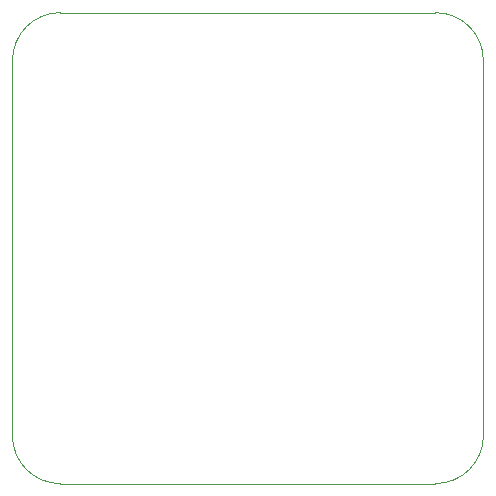
<source format=gbr>
%TF.GenerationSoftware,KiCad,Pcbnew,7.0.7*%
%TF.CreationDate,2023-11-04T22:35:43-05:00*%
%TF.ProjectId,LEDBreakout_Hardware,4c454442-7265-4616-9b6f-75745f486172,rev?*%
%TF.SameCoordinates,Original*%
%TF.FileFunction,Profile,NP*%
%FSLAX46Y46*%
G04 Gerber Fmt 4.6, Leading zero omitted, Abs format (unit mm)*
G04 Created by KiCad (PCBNEW 7.0.7) date 2023-11-04 22:35:43*
%MOMM*%
%LPD*%
G01*
G04 APERTURE LIST*
%TA.AperFunction,Profile*%
%ADD10C,0.100000*%
%TD*%
G04 APERTURE END LIST*
D10*
X68580000Y-59436000D02*
G75*
G03*
X64516000Y-63500000I0J-4064000D01*
G01*
X68580000Y-99314000D02*
X100330000Y-99314000D01*
X64516000Y-95250000D02*
G75*
G03*
X68580000Y-99314000I4064000J0D01*
G01*
X64516000Y-63500000D02*
X64516000Y-95250000D01*
X100330000Y-99314000D02*
G75*
G03*
X104394000Y-95250000I0J4064000D01*
G01*
X68580000Y-59436000D02*
X100330000Y-59436000D01*
X104394000Y-63500000D02*
G75*
G03*
X100330000Y-59436000I-4064000J0D01*
G01*
X104394000Y-95250000D02*
X104394000Y-63500000D01*
M02*

</source>
